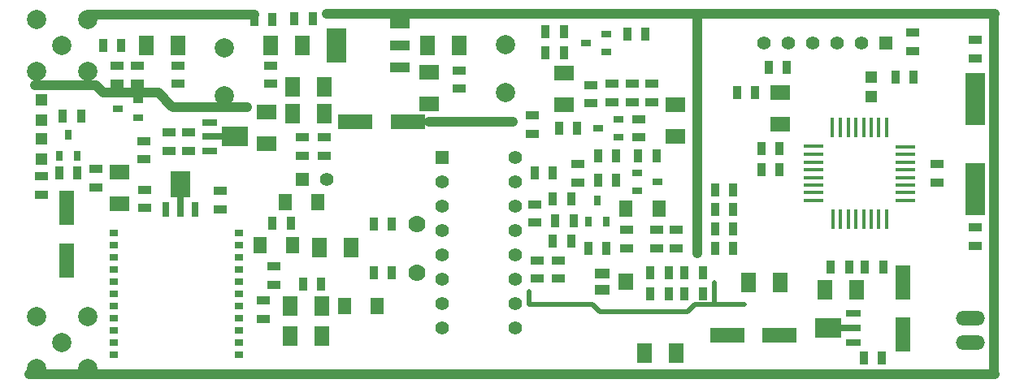
<source format=gts>
G04 This is an RS-274x file exported by *
G04 gerbv version 2.5.0 *
G04 More information is available about gerbv at *
G04 http://gerbv.gpleda.org/ *
G04 --End of header info--*
%MOIN*%
%FSLAX23Y23*%
%IPPOS*%
G04 --Define apertures--*
%ADD10C,0.0059*%
%ADD11C,0.0118*%
%ADD12C,0.0079*%
%ADD13C,0.0394*%
%ADD14C,0.0197*%
%ADD15R,0.0591X0.0709*%
%ADD16R,0.0591X0.0433*%
%ADD17R,0.0550X0.0550*%
%ADD18C,0.0550*%
%ADD19R,0.0350X0.0550*%
%ADD20R,0.0550X0.0350*%
%ADD21R,0.1417X0.0630*%
%ADD22R,0.0630X0.1417*%
%ADD23R,0.0394X0.0315*%
%ADD24R,0.0787X0.0177*%
%ADD25R,0.0177X0.0787*%
%ADD26C,0.0787*%
%ADD27R,0.0800X0.0600*%
%ADD28R,0.0600X0.0800*%
%ADD29R,0.0315X0.0394*%
%ADD30R,0.0630X0.0276*%
%ADD31R,0.0827X0.0276*%
%ADD32R,0.1083X0.0787*%
%ADD33R,0.0800X0.1440*%
%ADD34R,0.0800X0.0400*%
%ADD35R,0.0276X0.0630*%
%ADD36R,0.0276X0.0827*%
%ADD37R,0.0787X0.1083*%
%ADD38C,0.0700*%
%ADD39R,0.0787X0.2165*%
%ADD40R,0.0551X0.0708*%
%ADD41C,0.0787*%
%ADD42O,0.1187X0.0593*%
%ADD43R,0.0472X0.0472*%
%ADD44R,0.0362X0.0276*%
G04 --Start main section--*
G54D12*
G01X04400Y-3635D02*
G01X04400Y-3640D01*
G54D13*
G01X04345Y-3580D02*
G01X04400Y-3635D01*
G01X04315Y-3580D02*
G01X04345Y-3580D01*
G54D12*
G01X06552Y-3244D02*
G01X06552Y-3258D01*
G54D13*
G01X07774Y-3255D02*
G01X06552Y-3255D01*
G54D12*
G01X07766Y-3244D02*
G01X07766Y-3244D01*
G54D13*
G01X07772Y-4732D02*
G01X07772Y-3268D01*
G54D12*
G01X07775Y-4734D02*
G01X07775Y-4735D01*
G54D13*
G01X03815Y-4734D02*
G01X07775Y-4734D01*
G54D14*
G01X06625Y-4450D02*
G01X06625Y-4360D01*
G01X05865Y-4450D02*
G01X05865Y-4395D01*
G01X05910Y-4450D02*
G01X05865Y-4450D01*
G01X06125Y-4450D02*
G01X05910Y-4450D01*
G01X06155Y-4480D02*
G01X06125Y-4450D01*
G01X06515Y-4480D02*
G01X06155Y-4480D01*
G01X06545Y-4450D02*
G01X06515Y-4480D01*
G54D12*
G01X06555Y-4450D02*
G01X06540Y-4450D01*
G54D14*
G01X06750Y-4450D02*
G01X06545Y-4450D01*
G54D13*
G01X04405Y-3640D02*
G01X04710Y-3640D01*
G01X04120Y-3580D02*
G01X04315Y-3580D01*
G01X04090Y-3550D02*
G01X04120Y-3580D01*
G01X03840Y-3550D02*
G01X04090Y-3550D01*
G01X05800Y-3700D02*
G01X05455Y-3700D01*
G01X06555Y-3255D02*
G01X06555Y-4240D01*
G54D12*
G01X06555Y-3270D02*
G01X06555Y-3280D01*
G54D13*
G01X05035Y-3255D02*
G01X06560Y-3255D01*
G54D12*
G01X04740Y-3280D02*
G01X04740Y-3285D01*
G54D13*
G01X04070Y-3260D02*
G01X04740Y-3260D01*
G54D15*
G01X06263Y-4355D03*
G54D16*
G01X06165Y-4321D03*
G01X06165Y-4388D03*
G54D17*
G01X04935Y-3935D03*
G54D18*
G01X05035Y-3935D03*
G54D19*
G01X05228Y-4320D03*
G01X05303Y-4320D03*
G01X06818Y-3810D03*
G01X06893Y-3810D03*
G01X06818Y-3895D03*
G01X06893Y-3895D03*
G54D20*
G01X07695Y-4207D03*
G01X07695Y-4132D03*
G01X07695Y-3362D03*
G01X07695Y-3437D03*
G54D19*
G01X06848Y-3475D03*
G01X06923Y-3475D03*
G01X05228Y-4120D03*
G01X05303Y-4120D03*
G54D20*
G01X07540Y-3947D03*
G01X07540Y-3872D03*
G01X05900Y-4342D03*
G01X05900Y-4267D03*
G54D19*
G01X05963Y-4015D03*
G01X06038Y-4015D03*
G01X06578Y-4405D03*
G01X06503Y-4405D03*
G01X06438Y-4405D03*
G01X06363Y-4405D03*
G54D20*
G01X06265Y-4217D03*
G01X06265Y-4142D03*
G54D19*
G01X06363Y-4320D03*
G01X06438Y-4320D03*
G01X06388Y-3840D03*
G01X06313Y-3840D03*
G54D20*
G01X06315Y-3687D03*
G01X06315Y-3762D03*
G01X06290Y-3617D03*
G01X06290Y-3542D03*
G01X06205Y-3617D03*
G01X06205Y-3542D03*
G54D19*
G01X05963Y-3910D03*
G01X05888Y-3910D03*
G54D21*
G01X05152Y-3700D03*
G01X05368Y-3700D03*
G54D19*
G01X06063Y-3725D03*
G01X05988Y-3725D03*
G01X06008Y-3415D03*
G01X05933Y-3415D03*
G01X06008Y-3330D03*
G01X05933Y-3330D03*
G01X06148Y-3940D03*
G01X06223Y-3940D03*
G54D20*
G01X04090Y-3967D03*
G01X04090Y-3892D03*
G01X05580Y-3487D03*
G01X05580Y-3562D03*
G54D22*
G01X03970Y-4052D03*
G01X03970Y-4268D03*
G54D20*
G01X04935Y-3762D03*
G01X04935Y-3837D03*
G01X05025Y-3762D03*
G01X05025Y-3837D03*
G54D19*
G01X04813Y-3280D03*
G01X04738Y-3280D03*
G01X04903Y-3275D03*
G01X04978Y-3275D03*
G54D20*
G01X04805Y-3467D03*
G01X04805Y-3542D03*
G01X04425Y-3467D03*
G01X04425Y-3542D03*
G01X04600Y-4057D03*
G01X04600Y-3982D03*
G54D19*
G01X07318Y-4295D03*
G01X07243Y-4295D03*
G54D20*
G01X04260Y-3467D03*
G01X04260Y-3542D03*
G01X04175Y-3467D03*
G01X04175Y-3542D03*
G01X04290Y-3977D03*
G01X04290Y-4052D03*
G54D19*
G01X04193Y-3385D03*
G01X04118Y-3385D03*
G01X07103Y-4295D03*
G01X07178Y-4295D03*
G01X07238Y-4670D03*
G01X07313Y-4670D03*
G54D21*
G01X06893Y-4575D03*
G01X06677Y-4575D03*
G54D20*
G01X05890Y-4112D03*
G01X05890Y-4037D03*
G54D23*
G01X06393Y-3945D03*
G01X06307Y-3982D03*
G01X06307Y-3907D03*
G54D24*
G01X07410Y-3801D03*
G01X07410Y-3832D03*
G01X07410Y-3864D03*
G01X07410Y-3895D03*
G01X07410Y-3927D03*
G01X07410Y-3958D03*
G01X07410Y-3990D03*
G01X07410Y-4021D03*
G01X07033Y-4021D03*
G01X07033Y-3800D03*
G01X07033Y-3832D03*
G01X07033Y-3864D03*
G01X07033Y-3895D03*
G01X07033Y-3927D03*
G01X07033Y-3958D03*
G01X07033Y-3990D03*
G54D25*
G01X07331Y-4100D03*
G01X07300Y-4100D03*
G01X07268Y-4100D03*
G01X07237Y-4100D03*
G01X07205Y-4100D03*
G01X07174Y-4100D03*
G01X07142Y-4100D03*
G01X07111Y-4100D03*
G01X07331Y-3722D03*
G01X07300Y-3722D03*
G01X07268Y-3722D03*
G01X07237Y-3722D03*
G01X07206Y-3722D03*
G01X07174Y-3722D03*
G01X07142Y-3722D03*
G01X07110Y-3722D03*
G54D26*
G01X03950Y-3385D03*
G01X03844Y-3279D03*
G01X03844Y-3491D03*
G01X04056Y-3491D03*
G01X04056Y-3279D03*
G01X03950Y-4605D03*
G01X03844Y-4499D03*
G01X03844Y-4711D03*
G01X04056Y-4711D03*
G01X04056Y-4499D03*
G54D27*
G01X06895Y-3710D03*
G01X06895Y-3580D03*
G01X06465Y-3630D03*
G01X06465Y-3760D03*
G54D28*
G01X05135Y-4215D03*
G01X05005Y-4215D03*
G01X05015Y-4580D03*
G01X04885Y-4580D03*
G01X05015Y-4455D03*
G01X04885Y-4455D03*
G54D27*
G01X04790Y-3790D03*
G01X04790Y-3660D03*
G01X06010Y-3630D03*
G01X06010Y-3500D03*
G54D28*
G01X04895Y-3665D03*
G01X05025Y-3665D03*
G01X05580Y-3385D03*
G01X05450Y-3385D03*
G54D27*
G01X05455Y-3495D03*
G01X05455Y-3625D03*
G54D28*
G01X05025Y-3555D03*
G01X04895Y-3555D03*
G01X04935Y-3385D03*
G01X04805Y-3385D03*
G01X04425Y-3385D03*
G01X04295Y-3385D03*
G01X07210Y-4390D03*
G01X07080Y-4390D03*
G54D27*
G01X04185Y-3905D03*
G01X04185Y-4035D03*
G54D28*
G01X06470Y-4650D03*
G01X06340Y-4650D03*
G54D17*
G01X07330Y-3375D03*
G54D18*
G01X07230Y-3375D03*
G01X07130Y-3375D03*
G01X07030Y-3375D03*
G01X06930Y-3375D03*
G01X06830Y-3375D03*
G54D29*
G01X06145Y-4022D03*
G01X06183Y-4108D03*
G01X06108Y-4108D03*
G54D23*
G01X04177Y-3645D03*
G01X04263Y-3607D03*
G01X04263Y-3682D03*
G54D30*
G01X04555Y-3701D03*
G54D31*
G01X04565Y-3760D03*
G54D30*
G01X04555Y-3819D03*
G54D32*
G01X04660Y-3760D03*
G54D23*
G01X06147Y-3725D03*
G01X06233Y-3687D03*
G01X06233Y-3762D03*
G01X06097Y-3375D03*
G01X06183Y-3337D03*
G01X06183Y-3412D03*
G54D33*
G01X05075Y-3385D03*
G54D34*
G01X05335Y-3385D03*
G01X05335Y-3295D03*
G01X05335Y-3475D03*
G54D29*
G01X03975Y-3752D03*
G01X04013Y-3838D03*
G01X03938Y-3838D03*
G54D19*
G01X06718Y-3580D03*
G01X06793Y-3580D03*
G54D20*
G01X05985Y-4342D03*
G01X05985Y-4267D03*
G01X07440Y-3332D03*
G01X07440Y-3407D03*
G54D19*
G01X06703Y-3980D03*
G01X06628Y-3980D03*
G01X06703Y-4060D03*
G01X06628Y-4060D03*
G01X06703Y-4140D03*
G01X06628Y-4140D03*
G01X06703Y-4220D03*
G01X06628Y-4220D03*
G01X05963Y-4190D03*
G01X06038Y-4190D03*
G01X05973Y-4105D03*
G01X06048Y-4105D03*
G01X06578Y-4320D03*
G01X06503Y-4320D03*
G54D20*
G01X06065Y-3872D03*
G01X06065Y-3947D03*
G54D19*
G01X06108Y-4220D03*
G01X06183Y-4220D03*
G54D20*
G01X06390Y-4217D03*
G01X06390Y-4142D03*
G01X04285Y-3852D03*
G01X04285Y-3777D03*
G01X06470Y-4142D03*
G01X06470Y-4217D03*
G54D19*
G01X05013Y-4365D03*
G01X04938Y-4365D03*
G54D20*
G01X04390Y-3817D03*
G01X04390Y-3742D03*
G54D19*
G01X06223Y-3840D03*
G01X06148Y-3840D03*
G54D20*
G01X04820Y-4292D03*
G01X04820Y-4367D03*
G01X04470Y-3742D03*
G01X04470Y-3817D03*
G01X04775Y-4432D03*
G01X04775Y-4507D03*
G01X06370Y-3617D03*
G01X06370Y-3542D03*
G54D19*
G01X04813Y-4115D03*
G01X04888Y-4115D03*
G54D20*
G01X05880Y-3672D03*
G01X05880Y-3747D03*
G01X06120Y-3622D03*
G01X06120Y-3547D03*
G54D19*
G01X06268Y-3340D03*
G01X06343Y-3340D03*
G01X04013Y-3910D03*
G01X03938Y-3910D03*
G54D20*
G01X03865Y-3997D03*
G01X03865Y-3922D03*
G54D17*
G01X05510Y-3845D03*
G54D18*
G01X05510Y-3945D03*
G01X05510Y-4045D03*
G01X05510Y-4145D03*
G01X05510Y-4245D03*
G01X05510Y-4345D03*
G01X05510Y-4445D03*
G01X05510Y-4545D03*
G01X05810Y-4545D03*
G01X05810Y-4445D03*
G01X05810Y-4345D03*
G01X05810Y-4245D03*
G01X05810Y-4145D03*
G01X05810Y-4045D03*
G01X05810Y-3945D03*
G01X05810Y-3845D03*
G54D35*
G01X04376Y-4060D03*
G54D36*
G01X04435Y-4050D03*
G54D35*
G01X04494Y-4060D03*
G54D37*
G01X04435Y-3955D03*
G54D30*
G01X07195Y-4604D03*
G54D31*
G01X07185Y-4545D03*
G54D30*
G01X07195Y-4486D03*
G54D32*
G01X07091Y-4545D03*
G54D38*
G01X05405Y-4120D03*
G01X05405Y-4320D03*
G54D39*
G01X07695Y-3975D03*
G01X07695Y-3605D03*
G54D40*
G01X05108Y-4455D03*
G01X05242Y-4455D03*
G01X04896Y-4205D03*
G01X04762Y-4205D03*
G01X04997Y-4029D03*
G01X04864Y-4029D03*
G54D41*
G01X05770Y-3381D03*
G01X05770Y-3578D03*
G01X04615Y-3396D03*
G01X04615Y-3593D03*
G54D42*
G01X07675Y-4605D03*
G01X07675Y-4505D03*
G54D22*
G01X07400Y-4357D03*
G01X07400Y-4573D03*
G54D40*
G01X06263Y-4055D03*
G01X06397Y-4055D03*
G54D43*
G01X03865Y-3691D03*
G01X03865Y-3609D03*
G54D19*
G01X04028Y-3675D03*
G01X03953Y-3675D03*
G54D43*
G01X03865Y-3851D03*
G01X03865Y-3769D03*
G54D28*
G01X06895Y-4360D03*
G01X06765Y-4360D03*
G54D43*
G01X07270Y-3514D03*
G01X07270Y-3596D03*
G54D19*
G01X07368Y-3515D03*
G01X07443Y-3515D03*
G54D44*
G01X04675Y-4656D03*
G01X04675Y-4606D03*
G01X04675Y-4556D03*
G01X04675Y-4506D03*
G01X04675Y-4456D03*
G01X04675Y-4406D03*
G01X04675Y-4356D03*
G01X04675Y-4306D03*
G01X04675Y-4256D03*
G01X04675Y-4206D03*
G01X04675Y-4156D03*
G01X04163Y-4656D03*
G01X04163Y-4606D03*
G01X04163Y-4556D03*
G01X04163Y-4506D03*
G01X04163Y-4456D03*
G01X04163Y-4406D03*
G01X04163Y-4356D03*
G01X04163Y-4306D03*
G01X04163Y-4256D03*
G01X04163Y-4206D03*
G01X04163Y-4156D03*
M02*

</source>
